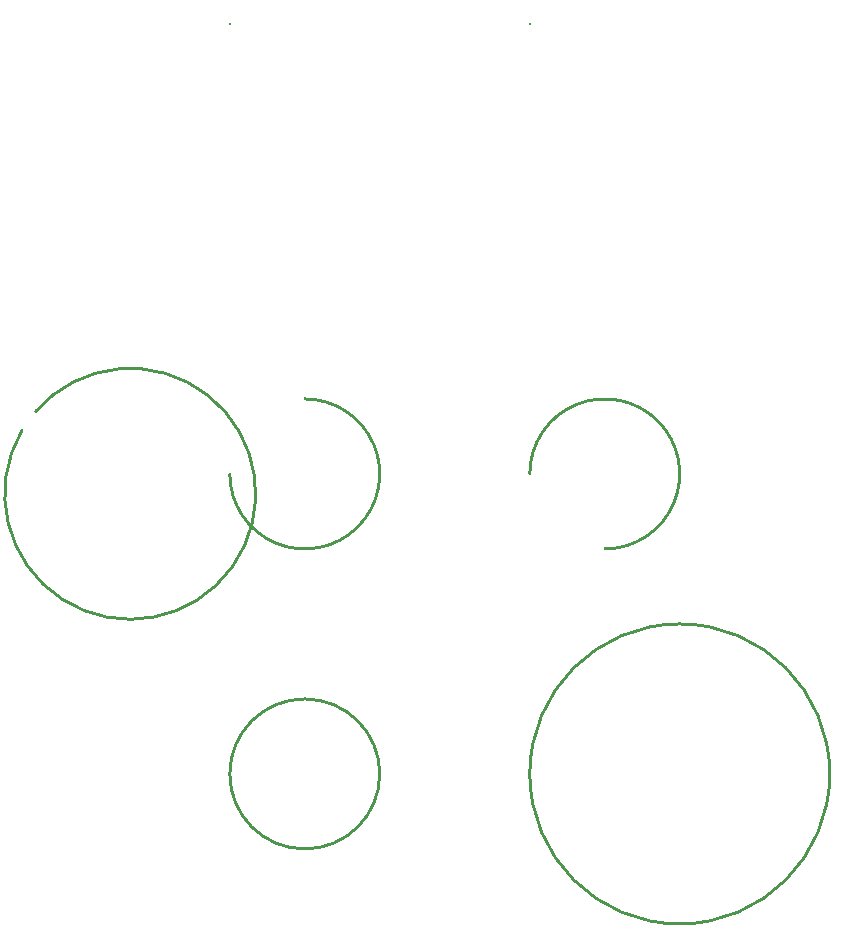
<source format=gbr>
G04 Ucamco es. 2: Shapes*
%FSLAX26Y26*%
%MOIN*%
%TF.Part,Other*%
%LPD*%
G04 Define Apertures*
%ADD10C,0.01*%
%ADD11C,0.06*%

D10*
G04 Full circles with significantly different radiuses *
G75*
G03*
X750000Y1000000D02*
X750000Y1000000I250000D01*
G02*
X1750000Y1000000D02*
X1750000Y1000000I500000D01*

G04 Semi-circles work fine *
G03*
X750000Y2000000D02*
X1000000Y2250000I250000D01*
G02*
X1750000Y2000000D02*
X2000000Y1750000I250000D01*

G04 A nearly full circle also works *
X102811Y2208213D02*
X056732Y2143898I315472J-274646D01*

G04 Flashing the aperture gives the same result as a full circle *
X750000Y3500000D03*
X1750000Y3500000D03*
M02*

</source>
